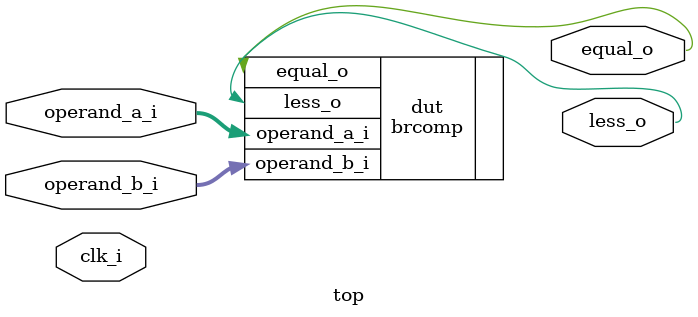
<source format=sv>
/* verilator lint_off UNUSED */
module top(
    //inputs
    input logic clk_i,
    input logic [7:0] operand_a_i,
    input logic [7:0] operand_b_i,
    //outputs
    output logic less_o,
    output logic equal_o
);
    brcomp dut(
        .operand_a_i (operand_a_i),
        .operand_b_i (operand_b_i),
        .less_o      (less_o),
        .equal_o     (equal_o)
    );
endmodule : top

</source>
